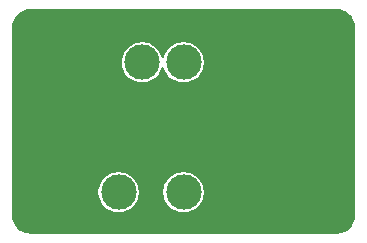
<source format=gbl>
G04 #@! TF.GenerationSoftware,KiCad,Pcbnew,9.0.2-9.0.2-0~ubuntu24.04.1*
G04 #@! TF.CreationDate,2025-06-11T11:14:10+02:00*
G04 #@! TF.ProjectId,Conn_Ruban_Pixels,436f6e6e-5f52-4756-9261-6e5f50697865,rev?*
G04 #@! TF.SameCoordinates,Original*
G04 #@! TF.FileFunction,Copper,L2,Bot*
G04 #@! TF.FilePolarity,Positive*
%FSLAX46Y46*%
G04 Gerber Fmt 4.6, Leading zero omitted, Abs format (unit mm)*
G04 Created by KiCad (PCBNEW 9.0.2-9.0.2-0~ubuntu24.04.1) date 2025-06-11 11:14:10*
%MOMM*%
%LPD*%
G01*
G04 APERTURE LIST*
G04 #@! TA.AperFunction,ComponentPad*
%ADD10C,3.000000*%
G04 #@! TD*
G04 #@! TA.AperFunction,ComponentPad*
%ADD11C,3.600000*%
G04 #@! TD*
G04 #@! TA.AperFunction,ConnectorPad*
%ADD12C,5.600000*%
G04 #@! TD*
G04 #@! TA.AperFunction,ViaPad*
%ADD13C,0.600000*%
G04 #@! TD*
G04 APERTURE END LIST*
D10*
X139500000Y-105000000D03*
X145000000Y-105000000D03*
X150500000Y-105000000D03*
D11*
X156000000Y-94000000D03*
D12*
X156000000Y-94000000D03*
D11*
X134000000Y-94000000D03*
D12*
X134000000Y-94000000D03*
D10*
X141500000Y-94000000D03*
X145000000Y-94000000D03*
X148500000Y-94000000D03*
D13*
X137000000Y-106000000D03*
X143000000Y-108000000D03*
X133000000Y-102000000D03*
X149000000Y-90000000D03*
X151000000Y-94000000D03*
X141000000Y-100000000D03*
X133000000Y-100000000D03*
X133000000Y-106000000D03*
X149000000Y-102000000D03*
X157000000Y-104000000D03*
X131000000Y-92000000D03*
X153000000Y-100000000D03*
X139000000Y-94000000D03*
X151000000Y-90000000D03*
X155000000Y-98000000D03*
X135000000Y-104000000D03*
X137000000Y-100000000D03*
X147000000Y-90000000D03*
X157000000Y-98000000D03*
X149000000Y-96000000D03*
X135000000Y-90000000D03*
X135000000Y-102000000D03*
X151000000Y-102000000D03*
X131000000Y-104000000D03*
X155000000Y-106000000D03*
X137000000Y-92000000D03*
X139000000Y-90000000D03*
X137000000Y-104000000D03*
X149000000Y-98000000D03*
X155000000Y-90000000D03*
X153000000Y-90000000D03*
X159000000Y-102000000D03*
X139000000Y-108000000D03*
X155000000Y-100000000D03*
X159000000Y-104000000D03*
X157000000Y-100000000D03*
X137000000Y-102000000D03*
X157000000Y-108000000D03*
X153000000Y-102000000D03*
X143000000Y-90000000D03*
X159000000Y-92000000D03*
X159000000Y-98000000D03*
X131000000Y-96000000D03*
X157000000Y-90000000D03*
X145000000Y-90000000D03*
X157000000Y-102000000D03*
X135000000Y-98000000D03*
X151000000Y-100000000D03*
X159000000Y-96000000D03*
X155000000Y-102000000D03*
X159000000Y-106000000D03*
X137000000Y-96000000D03*
X159000000Y-100000000D03*
X153000000Y-98000000D03*
X131000000Y-106000000D03*
X131000000Y-100000000D03*
X153000000Y-106000000D03*
X149000000Y-108000000D03*
X153000000Y-108000000D03*
X151000000Y-92000000D03*
X155000000Y-108000000D03*
X141000000Y-108000000D03*
X155000000Y-104000000D03*
X135000000Y-100000000D03*
X145000000Y-108000000D03*
X133000000Y-90000000D03*
X141000000Y-90000000D03*
X149000000Y-92000000D03*
X135000000Y-108000000D03*
X153000000Y-96000000D03*
X137000000Y-90000000D03*
X151000000Y-98000000D03*
X133000000Y-104000000D03*
X137000000Y-98000000D03*
X153000000Y-104000000D03*
X135000000Y-106000000D03*
X131000000Y-102000000D03*
X151000000Y-108000000D03*
X133000000Y-98000000D03*
X149000000Y-100000000D03*
X137000000Y-108000000D03*
X147000000Y-108000000D03*
X157000000Y-106000000D03*
X153000000Y-92000000D03*
X141000000Y-102000000D03*
X133000000Y-108000000D03*
X131000000Y-98000000D03*
X139000000Y-92000000D03*
X141000000Y-98000000D03*
X151000000Y-96000000D03*
G04 #@! TA.AperFunction,Conductor*
G36*
X158004418Y-89500816D02*
G01*
X158204561Y-89515130D01*
X158222063Y-89517647D01*
X158413797Y-89559355D01*
X158430755Y-89564334D01*
X158614609Y-89632909D01*
X158630701Y-89640259D01*
X158802904Y-89734288D01*
X158817784Y-89743849D01*
X158974867Y-89861441D01*
X158988237Y-89873027D01*
X159126972Y-90011762D01*
X159138558Y-90025132D01*
X159256146Y-90182210D01*
X159265711Y-90197095D01*
X159359740Y-90369298D01*
X159367090Y-90385390D01*
X159435662Y-90569236D01*
X159440646Y-90586212D01*
X159482351Y-90777931D01*
X159484869Y-90795442D01*
X159499184Y-90995580D01*
X159499500Y-91004427D01*
X159499500Y-106995572D01*
X159499184Y-107004419D01*
X159484869Y-107204557D01*
X159482351Y-107222068D01*
X159440646Y-107413787D01*
X159435662Y-107430763D01*
X159367090Y-107614609D01*
X159359740Y-107630701D01*
X159265711Y-107802904D01*
X159256146Y-107817789D01*
X159138558Y-107974867D01*
X159126972Y-107988237D01*
X158988237Y-108126972D01*
X158974867Y-108138558D01*
X158817789Y-108256146D01*
X158802904Y-108265711D01*
X158630701Y-108359740D01*
X158614609Y-108367090D01*
X158430763Y-108435662D01*
X158413787Y-108440646D01*
X158222068Y-108482351D01*
X158204557Y-108484869D01*
X158023779Y-108497799D01*
X158004417Y-108499184D01*
X157995572Y-108499500D01*
X132004428Y-108499500D01*
X131995582Y-108499184D01*
X131973622Y-108497613D01*
X131795442Y-108484869D01*
X131777931Y-108482351D01*
X131586212Y-108440646D01*
X131569236Y-108435662D01*
X131385390Y-108367090D01*
X131369298Y-108359740D01*
X131197095Y-108265711D01*
X131182210Y-108256146D01*
X131025132Y-108138558D01*
X131011762Y-108126972D01*
X130873027Y-107988237D01*
X130861441Y-107974867D01*
X130743849Y-107817784D01*
X130734288Y-107802904D01*
X130640259Y-107630701D01*
X130632909Y-107614609D01*
X130572091Y-107451551D01*
X130564334Y-107430755D01*
X130559355Y-107413797D01*
X130517647Y-107222063D01*
X130515130Y-107204556D01*
X130500816Y-107004418D01*
X130500500Y-106995572D01*
X130500500Y-104888549D01*
X137799500Y-104888549D01*
X137799500Y-105111450D01*
X137799501Y-105111466D01*
X137828594Y-105332452D01*
X137828595Y-105332457D01*
X137828596Y-105332463D01*
X137828597Y-105332465D01*
X137886290Y-105547780D01*
X137886293Y-105547790D01*
X137971593Y-105753722D01*
X137971595Y-105753726D01*
X138083052Y-105946774D01*
X138083057Y-105946780D01*
X138083058Y-105946782D01*
X138218751Y-106123622D01*
X138218757Y-106123629D01*
X138376370Y-106281242D01*
X138376376Y-106281247D01*
X138553226Y-106416948D01*
X138746274Y-106528405D01*
X138952219Y-106613710D01*
X139167537Y-106671404D01*
X139388543Y-106700500D01*
X139388550Y-106700500D01*
X139611450Y-106700500D01*
X139611457Y-106700500D01*
X139832463Y-106671404D01*
X140047781Y-106613710D01*
X140253726Y-106528405D01*
X140446774Y-106416948D01*
X140623624Y-106281247D01*
X140781247Y-106123624D01*
X140916948Y-105946774D01*
X141028405Y-105753726D01*
X141113710Y-105547781D01*
X141171404Y-105332463D01*
X141200500Y-105111457D01*
X141200500Y-104888549D01*
X143299500Y-104888549D01*
X143299500Y-105111450D01*
X143299501Y-105111466D01*
X143328594Y-105332452D01*
X143328595Y-105332457D01*
X143328596Y-105332463D01*
X143328597Y-105332465D01*
X143386290Y-105547780D01*
X143386293Y-105547790D01*
X143471593Y-105753722D01*
X143471595Y-105753726D01*
X143583052Y-105946774D01*
X143583057Y-105946780D01*
X143583058Y-105946782D01*
X143718751Y-106123622D01*
X143718757Y-106123629D01*
X143876370Y-106281242D01*
X143876376Y-106281247D01*
X144053226Y-106416948D01*
X144246274Y-106528405D01*
X144452219Y-106613710D01*
X144667537Y-106671404D01*
X144888543Y-106700500D01*
X144888550Y-106700500D01*
X145111450Y-106700500D01*
X145111457Y-106700500D01*
X145332463Y-106671404D01*
X145547781Y-106613710D01*
X145753726Y-106528405D01*
X145946774Y-106416948D01*
X146123624Y-106281247D01*
X146281247Y-106123624D01*
X146416948Y-105946774D01*
X146528405Y-105753726D01*
X146613710Y-105547781D01*
X146671404Y-105332463D01*
X146700500Y-105111457D01*
X146700500Y-104888543D01*
X146671404Y-104667537D01*
X146613710Y-104452219D01*
X146528405Y-104246274D01*
X146416948Y-104053226D01*
X146281247Y-103876376D01*
X146281242Y-103876370D01*
X146123629Y-103718757D01*
X146123622Y-103718751D01*
X145946782Y-103583058D01*
X145946780Y-103583057D01*
X145946774Y-103583052D01*
X145753726Y-103471595D01*
X145753722Y-103471593D01*
X145547790Y-103386293D01*
X145547783Y-103386291D01*
X145547781Y-103386290D01*
X145332463Y-103328596D01*
X145332457Y-103328595D01*
X145332452Y-103328594D01*
X145111466Y-103299501D01*
X145111463Y-103299500D01*
X145111457Y-103299500D01*
X144888543Y-103299500D01*
X144888537Y-103299500D01*
X144888533Y-103299501D01*
X144667547Y-103328594D01*
X144667540Y-103328595D01*
X144667537Y-103328596D01*
X144452219Y-103386290D01*
X144452209Y-103386293D01*
X144246277Y-103471593D01*
X144246273Y-103471595D01*
X144053226Y-103583052D01*
X144053217Y-103583058D01*
X143876377Y-103718751D01*
X143876370Y-103718757D01*
X143718757Y-103876370D01*
X143718751Y-103876377D01*
X143583058Y-104053217D01*
X143583052Y-104053226D01*
X143471595Y-104246273D01*
X143471593Y-104246277D01*
X143386293Y-104452209D01*
X143386290Y-104452219D01*
X143328597Y-104667534D01*
X143328594Y-104667547D01*
X143299501Y-104888533D01*
X143299500Y-104888549D01*
X141200500Y-104888549D01*
X141200500Y-104888543D01*
X141171404Y-104667537D01*
X141113710Y-104452219D01*
X141028405Y-104246274D01*
X140916948Y-104053226D01*
X140781247Y-103876376D01*
X140781242Y-103876370D01*
X140623629Y-103718757D01*
X140623622Y-103718751D01*
X140446782Y-103583058D01*
X140446780Y-103583057D01*
X140446774Y-103583052D01*
X140253726Y-103471595D01*
X140253722Y-103471593D01*
X140047790Y-103386293D01*
X140047783Y-103386291D01*
X140047781Y-103386290D01*
X139832463Y-103328596D01*
X139832457Y-103328595D01*
X139832452Y-103328594D01*
X139611466Y-103299501D01*
X139611463Y-103299500D01*
X139611457Y-103299500D01*
X139388543Y-103299500D01*
X139388537Y-103299500D01*
X139388533Y-103299501D01*
X139167547Y-103328594D01*
X139167540Y-103328595D01*
X139167537Y-103328596D01*
X138952219Y-103386290D01*
X138952209Y-103386293D01*
X138746277Y-103471593D01*
X138746273Y-103471595D01*
X138553226Y-103583052D01*
X138553217Y-103583058D01*
X138376377Y-103718751D01*
X138376370Y-103718757D01*
X138218757Y-103876370D01*
X138218751Y-103876377D01*
X138083058Y-104053217D01*
X138083052Y-104053226D01*
X137971595Y-104246273D01*
X137971593Y-104246277D01*
X137886293Y-104452209D01*
X137886290Y-104452219D01*
X137828597Y-104667534D01*
X137828594Y-104667547D01*
X137799501Y-104888533D01*
X137799500Y-104888549D01*
X130500500Y-104888549D01*
X130500500Y-93888549D01*
X139799500Y-93888549D01*
X139799500Y-94111450D01*
X139799501Y-94111466D01*
X139828594Y-94332452D01*
X139828595Y-94332457D01*
X139828596Y-94332463D01*
X139886290Y-94547780D01*
X139886293Y-94547790D01*
X139971593Y-94753722D01*
X139971595Y-94753726D01*
X140083052Y-94946774D01*
X140083057Y-94946780D01*
X140083058Y-94946782D01*
X140218751Y-95123622D01*
X140218757Y-95123629D01*
X140376370Y-95281242D01*
X140376376Y-95281247D01*
X140553226Y-95416948D01*
X140746274Y-95528405D01*
X140952219Y-95613710D01*
X141167537Y-95671404D01*
X141388543Y-95700500D01*
X141388550Y-95700500D01*
X141611450Y-95700500D01*
X141611457Y-95700500D01*
X141832463Y-95671404D01*
X142047781Y-95613710D01*
X142253726Y-95528405D01*
X142446774Y-95416948D01*
X142623624Y-95281247D01*
X142781247Y-95123624D01*
X142916948Y-94946774D01*
X143028405Y-94753726D01*
X143113710Y-94547781D01*
X143130225Y-94486142D01*
X143166590Y-94426483D01*
X143229437Y-94395954D01*
X143298812Y-94404249D01*
X143352690Y-94448734D01*
X143369773Y-94486141D01*
X143386290Y-94547780D01*
X143386293Y-94547790D01*
X143471593Y-94753722D01*
X143471595Y-94753726D01*
X143583052Y-94946774D01*
X143583057Y-94946780D01*
X143583058Y-94946782D01*
X143718751Y-95123622D01*
X143718757Y-95123629D01*
X143876370Y-95281242D01*
X143876376Y-95281247D01*
X144053226Y-95416948D01*
X144246274Y-95528405D01*
X144452219Y-95613710D01*
X144667537Y-95671404D01*
X144888543Y-95700500D01*
X144888550Y-95700500D01*
X145111450Y-95700500D01*
X145111457Y-95700500D01*
X145332463Y-95671404D01*
X145547781Y-95613710D01*
X145753726Y-95528405D01*
X145946774Y-95416948D01*
X146123624Y-95281247D01*
X146281247Y-95123624D01*
X146416948Y-94946774D01*
X146528405Y-94753726D01*
X146613710Y-94547781D01*
X146671404Y-94332463D01*
X146700500Y-94111457D01*
X146700500Y-93888543D01*
X146671404Y-93667537D01*
X146613710Y-93452219D01*
X146528405Y-93246274D01*
X146416948Y-93053226D01*
X146281247Y-92876376D01*
X146281242Y-92876370D01*
X146123629Y-92718757D01*
X146123622Y-92718751D01*
X145946782Y-92583058D01*
X145946780Y-92583057D01*
X145946774Y-92583052D01*
X145753726Y-92471595D01*
X145753722Y-92471593D01*
X145547790Y-92386293D01*
X145547783Y-92386291D01*
X145547781Y-92386290D01*
X145332463Y-92328596D01*
X145332457Y-92328595D01*
X145332452Y-92328594D01*
X145111466Y-92299501D01*
X145111463Y-92299500D01*
X145111457Y-92299500D01*
X144888543Y-92299500D01*
X144888537Y-92299500D01*
X144888533Y-92299501D01*
X144667547Y-92328594D01*
X144667540Y-92328595D01*
X144667537Y-92328596D01*
X144452219Y-92386290D01*
X144452209Y-92386293D01*
X144246277Y-92471593D01*
X144246273Y-92471595D01*
X144053226Y-92583052D01*
X144053217Y-92583058D01*
X143876377Y-92718751D01*
X143876370Y-92718757D01*
X143718757Y-92876370D01*
X143718751Y-92876377D01*
X143583058Y-93053217D01*
X143583052Y-93053226D01*
X143471595Y-93246273D01*
X143471593Y-93246277D01*
X143386293Y-93452209D01*
X143386291Y-93452216D01*
X143386290Y-93452219D01*
X143369774Y-93513857D01*
X143333410Y-93573516D01*
X143270563Y-93604045D01*
X143201187Y-93595750D01*
X143147309Y-93551265D01*
X143130226Y-93513858D01*
X143113710Y-93452219D01*
X143028405Y-93246274D01*
X142916948Y-93053226D01*
X142781247Y-92876376D01*
X142781242Y-92876370D01*
X142623629Y-92718757D01*
X142623622Y-92718751D01*
X142446782Y-92583058D01*
X142446780Y-92583057D01*
X142446774Y-92583052D01*
X142253726Y-92471595D01*
X142253722Y-92471593D01*
X142047790Y-92386293D01*
X142047783Y-92386291D01*
X142047781Y-92386290D01*
X141832463Y-92328596D01*
X141832457Y-92328595D01*
X141832452Y-92328594D01*
X141611466Y-92299501D01*
X141611463Y-92299500D01*
X141611457Y-92299500D01*
X141388543Y-92299500D01*
X141388537Y-92299500D01*
X141388533Y-92299501D01*
X141167547Y-92328594D01*
X141167540Y-92328595D01*
X141167537Y-92328596D01*
X140952219Y-92386290D01*
X140952209Y-92386293D01*
X140746277Y-92471593D01*
X140746273Y-92471595D01*
X140553226Y-92583052D01*
X140553217Y-92583058D01*
X140376377Y-92718751D01*
X140376370Y-92718757D01*
X140218757Y-92876370D01*
X140218751Y-92876377D01*
X140083058Y-93053217D01*
X140083052Y-93053226D01*
X139971595Y-93246273D01*
X139971593Y-93246277D01*
X139886293Y-93452209D01*
X139886291Y-93452216D01*
X139886290Y-93452219D01*
X139869775Y-93513856D01*
X139828597Y-93667534D01*
X139828594Y-93667547D01*
X139799501Y-93888533D01*
X139799500Y-93888549D01*
X130500500Y-93888549D01*
X130500500Y-91004427D01*
X130500816Y-90995581D01*
X130515130Y-90795443D01*
X130515131Y-90795434D01*
X130517646Y-90777938D01*
X130559356Y-90586199D01*
X130564333Y-90569248D01*
X130632911Y-90385385D01*
X130640259Y-90369298D01*
X130702815Y-90254734D01*
X130734291Y-90197089D01*
X130743845Y-90182221D01*
X130861448Y-90025123D01*
X130873020Y-90011769D01*
X131011769Y-89873020D01*
X131025123Y-89861448D01*
X131182221Y-89743845D01*
X131197089Y-89734291D01*
X131369298Y-89640258D01*
X131385385Y-89632911D01*
X131569248Y-89564333D01*
X131586199Y-89559356D01*
X131777938Y-89517646D01*
X131795436Y-89515130D01*
X131995582Y-89500816D01*
X132004428Y-89500500D01*
X132065892Y-89500500D01*
X157934108Y-89500500D01*
X157995572Y-89500500D01*
X158004418Y-89500816D01*
G37*
G04 #@! TD.AperFunction*
M02*

</source>
